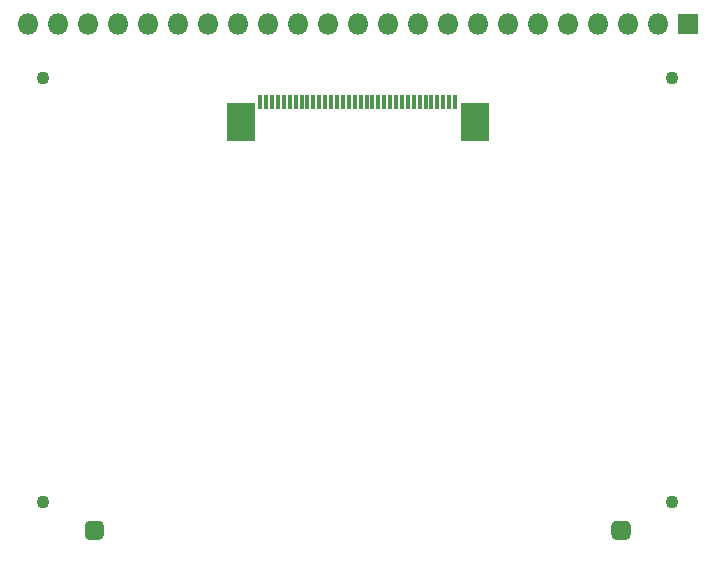
<source format=gbr>
%TF.GenerationSoftware,KiCad,Pcbnew,(5.1.6)-1*%
%TF.CreationDate,2020-12-29T13:13:14+01:00*%
%TF.ProjectId,powertip_lcd_adapter,706f7765-7274-4697-905f-6c63645f6164,rev?*%
%TF.SameCoordinates,Original*%
%TF.FileFunction,Soldermask,Top*%
%TF.FilePolarity,Negative*%
%FSLAX46Y46*%
G04 Gerber Fmt 4.6, Leading zero omitted, Abs format (unit mm)*
G04 Created by KiCad (PCBNEW (5.1.6)-1) date 2020-12-29 13:13:14*
%MOMM*%
%LPD*%
G01*
G04 APERTURE LIST*
%ADD10O,1.800000X1.800000*%
%ADD11R,1.800000X1.800000*%
%ADD12C,1.100000*%
%ADD13R,2.400000X3.200000*%
%ADD14R,0.400000X1.200000*%
G04 APERTURE END LIST*
D10*
%TO.C,J2*%
X118780000Y-73475000D03*
X121320000Y-73475000D03*
X123860000Y-73475000D03*
X126400000Y-73475000D03*
X128940000Y-73475000D03*
X131480000Y-73475000D03*
X134020000Y-73475000D03*
X136560000Y-73475000D03*
X139100000Y-73475000D03*
X141640000Y-73475000D03*
X144180000Y-73475000D03*
X146720000Y-73475000D03*
X149260000Y-73475000D03*
X151800000Y-73475000D03*
X154340000Y-73475000D03*
X156880000Y-73475000D03*
X159420000Y-73475000D03*
X161960000Y-73475000D03*
X164500000Y-73475000D03*
X167040000Y-73475000D03*
X169580000Y-73475000D03*
X172120000Y-73475000D03*
D11*
X174660000Y-73475000D03*
%TD*%
%TO.C,LCD1*%
G36*
G01*
X123608000Y-116781000D02*
X123608000Y-115969000D01*
G75*
G02*
X124014000Y-115563000I406000J0D01*
G01*
X124826000Y-115563000D01*
G75*
G02*
X125232000Y-115969000I0J-406000D01*
G01*
X125232000Y-116781000D01*
G75*
G02*
X124826000Y-117187000I-406000J0D01*
G01*
X124014000Y-117187000D01*
G75*
G02*
X123608000Y-116781000I0J406000D01*
G01*
G37*
G36*
G01*
X168208000Y-116781000D02*
X168208000Y-115969000D01*
G75*
G02*
X168614000Y-115563000I406000J0D01*
G01*
X169426000Y-115563000D01*
G75*
G02*
X169832000Y-115969000I0J-406000D01*
G01*
X169832000Y-116781000D01*
G75*
G02*
X169426000Y-117187000I-406000J0D01*
G01*
X168614000Y-117187000D01*
G75*
G02*
X168208000Y-116781000I0J406000D01*
G01*
G37*
D12*
X120120000Y-113975000D03*
X173320000Y-113975000D03*
X173320000Y-78075000D03*
X120120000Y-78075000D03*
%TD*%
D13*
%TO.C,J1*%
X156640000Y-81825000D03*
X136800000Y-81825000D03*
D14*
X154970000Y-80125000D03*
X154470000Y-80125000D03*
X153970000Y-80125000D03*
X153470000Y-80125000D03*
X152970000Y-80125000D03*
X152470000Y-80125000D03*
X151970000Y-80125000D03*
X151470000Y-80125000D03*
X150970000Y-80125000D03*
X150470000Y-80125000D03*
X149970000Y-80125000D03*
X149470000Y-80125000D03*
X148970000Y-80125000D03*
X148470000Y-80125000D03*
X147970000Y-80125000D03*
X147470000Y-80125000D03*
X146970000Y-80125000D03*
X146470000Y-80125000D03*
X145970000Y-80125000D03*
X145470000Y-80125000D03*
X144970000Y-80125000D03*
X144470000Y-80125000D03*
X143970000Y-80125000D03*
X143470000Y-80125000D03*
X142970000Y-80125000D03*
X142470000Y-80125000D03*
X141970000Y-80125000D03*
X141470000Y-80125000D03*
X140970000Y-80125000D03*
X140470000Y-80125000D03*
X139970000Y-80125000D03*
X139470000Y-80125000D03*
X138970000Y-80125000D03*
X138470000Y-80125000D03*
%TD*%
M02*

</source>
